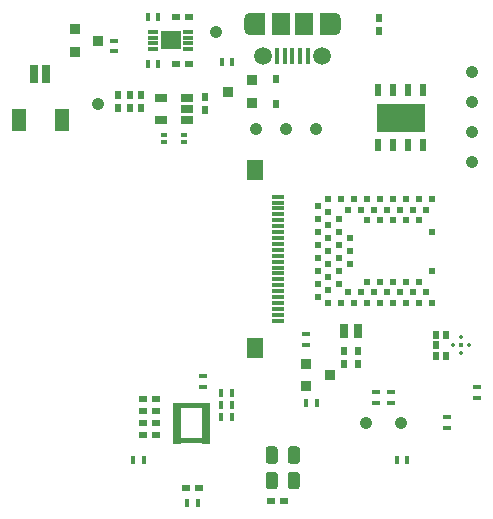
<source format=gbr>
G04 #@! TF.GenerationSoftware,KiCad,Pcbnew,(2018-02-05 revision d1a45d147)-makepkg*
G04 #@! TF.CreationDate,2020-01-13T12:48:58-08:00*
G04 #@! TF.ProjectId,badge,62616467652E6B696361645F70636200,rev?*
G04 #@! TF.SameCoordinates,Original*
G04 #@! TF.FileFunction,Soldermask,Bot*
G04 #@! TF.FilePolarity,Negative*
%FSLAX46Y46*%
G04 Gerber Fmt 4.6, Leading zero omitted, Abs format (unit mm)*
G04 Created by KiCad (PCBNEW (2018-02-05 revision d1a45d147)-makepkg) date 01/13/20 12:48:58*
%MOMM*%
%LPD*%
G01*
G04 APERTURE LIST*
%ADD10C,0.010000*%
%ADD11R,0.570800X0.350800*%
%ADD12R,0.650800X1.250800*%
%ADD13R,4.050800X2.350800*%
%ADD14R,0.470800X1.110800*%
%ADD15R,1.250800X1.850800*%
%ADD16R,0.650800X1.600800*%
%ADD17C,1.050800*%
%ADD18R,1.110800X0.700800*%
%ADD19R,0.572800X0.650800*%
%ADD20C,0.375800*%
%ADD21C,0.350800*%
%ADD22R,0.950800X0.850800*%
%ADD23R,0.550800X0.650800*%
%ADD24R,0.650800X0.550800*%
%ADD25R,0.650800X0.450800*%
%ADD26R,0.450800X0.650800*%
%ADD27R,0.550800X0.550800*%
%ADD28R,0.850800X0.350800*%
%ADD29R,1.800800X1.600800*%
%ADD30C,0.100000*%
%ADD31C,1.025800*%
%ADD32R,0.500800X0.650800*%
%ADD33R,1.550800X1.950800*%
%ADD34C,1.500800*%
%ADD35R,0.450800X1.400800*%
%ADD36O,1.250800X1.950800*%
%ADD37R,1.250800X1.950800*%
%ADD38R,1.050800X0.350800*%
%ADD39R,1.350800X1.700800*%
G04 APERTURE END LIST*
D10*
G36*
X114899800Y-109684650D02*
X114899800Y-110058200D01*
X115507867Y-110058200D01*
X115507867Y-109684650D01*
X114899800Y-109684650D01*
G37*
X114899800Y-109684650D02*
X114899800Y-110058200D01*
X115507867Y-110058200D01*
X115507867Y-109684650D01*
X114899800Y-109684650D01*
G36*
X115479800Y-109714820D02*
X115479800Y-110088200D01*
X116089107Y-110088200D01*
X116089107Y-109714820D01*
X115479800Y-109714820D01*
G37*
X115479800Y-109714820D02*
X115479800Y-110088200D01*
X116089107Y-110088200D01*
X116089107Y-109714820D01*
X115479800Y-109714820D01*
G36*
X117349800Y-109683030D02*
X117349800Y-110058200D01*
X117964480Y-110058200D01*
X117964480Y-109683030D01*
X117349800Y-109683030D01*
G37*
X117349800Y-109683030D02*
X117349800Y-110058200D01*
X117964480Y-110058200D01*
X117964480Y-109683030D01*
X117349800Y-109683030D01*
G36*
X115479800Y-112660870D02*
X115479800Y-113028200D01*
X116089091Y-113028200D01*
X116089091Y-112660870D01*
X115479800Y-112660870D01*
G37*
X115479800Y-112660870D02*
X115479800Y-113028200D01*
X116089091Y-113028200D01*
X116089091Y-112660870D01*
X115479800Y-112660870D01*
G36*
X114899800Y-110115870D02*
X114899800Y-110488200D01*
X115508094Y-110488200D01*
X115508094Y-110115870D01*
X114899800Y-110115870D01*
G37*
X114899800Y-110115870D02*
X114899800Y-110488200D01*
X115508094Y-110488200D01*
X115508094Y-110115870D01*
X114899800Y-110115870D01*
G36*
X114899800Y-110546070D02*
X114899800Y-110918200D01*
X115507440Y-110918200D01*
X115507440Y-110546070D01*
X114899800Y-110546070D01*
G37*
X114899800Y-110546070D02*
X114899800Y-110918200D01*
X115507440Y-110918200D01*
X115507440Y-110546070D01*
X114899800Y-110546070D01*
G36*
X114899800Y-110976986D02*
X114899800Y-111348200D01*
X115507010Y-111348200D01*
X115507010Y-110976986D01*
X114899800Y-110976986D01*
G37*
X114899800Y-110976986D02*
X114899800Y-111348200D01*
X115507010Y-111348200D01*
X115507010Y-110976986D01*
X114899800Y-110976986D01*
G36*
X114899800Y-111839737D02*
X114899800Y-112208200D01*
X115506725Y-112208200D01*
X115506725Y-111839737D01*
X114899800Y-111839737D01*
G37*
X114899800Y-111839737D02*
X114899800Y-112208200D01*
X115506725Y-112208200D01*
X115506725Y-111839737D01*
X114899800Y-111839737D01*
G36*
X114899800Y-111408297D02*
X114899800Y-111778200D01*
X115506841Y-111778200D01*
X115506841Y-111408297D01*
X114899800Y-111408297D01*
G37*
X114899800Y-111408297D02*
X114899800Y-111778200D01*
X115506841Y-111778200D01*
X115506841Y-111408297D01*
X114899800Y-111408297D01*
G36*
X114899800Y-112701190D02*
X114899800Y-113068200D01*
X115507721Y-113068200D01*
X115507721Y-112701190D01*
X114899800Y-112701190D01*
G37*
X114899800Y-112701190D02*
X114899800Y-113068200D01*
X115507721Y-113068200D01*
X115507721Y-112701190D01*
X114899800Y-112701190D01*
G36*
X114899800Y-112270417D02*
X114899800Y-112638200D01*
X115507508Y-112638200D01*
X115507508Y-112270417D01*
X114899800Y-112270417D01*
G37*
X114899800Y-112270417D02*
X114899800Y-112638200D01*
X115507508Y-112638200D01*
X115507508Y-112270417D01*
X114899800Y-112270417D01*
G36*
X115909800Y-112661330D02*
X115909800Y-113028200D01*
X116520020Y-113028200D01*
X116520020Y-112661330D01*
X115909800Y-112661330D01*
G37*
X115909800Y-112661330D02*
X115909800Y-113028200D01*
X116520020Y-113028200D01*
X116520020Y-112661330D01*
X115909800Y-112661330D01*
G36*
X116339800Y-112660120D02*
X116339800Y-113028200D01*
X116950579Y-113028200D01*
X116950579Y-112660120D01*
X116339800Y-112660120D01*
G37*
X116339800Y-112660120D02*
X116339800Y-113028200D01*
X116950579Y-113028200D01*
X116950579Y-112660120D01*
X116339800Y-112660120D01*
G36*
X116769800Y-112662040D02*
X116769800Y-113028200D01*
X117382654Y-113028200D01*
X117382654Y-112662040D01*
X116769800Y-112662040D01*
G37*
X116769800Y-112662040D02*
X116769800Y-113028200D01*
X117382654Y-113028200D01*
X117382654Y-112662040D01*
X116769800Y-112662040D01*
G36*
X115909800Y-109714490D02*
X115909800Y-110088200D01*
X116520001Y-110088200D01*
X116520001Y-109714490D01*
X115909800Y-109714490D01*
G37*
X115909800Y-109714490D02*
X115909800Y-110088200D01*
X116520001Y-110088200D01*
X116520001Y-109714490D01*
X115909800Y-109714490D01*
G36*
X116339800Y-109716360D02*
X116339800Y-110088200D01*
X116950375Y-110088200D01*
X116950375Y-109716360D01*
X116339800Y-109716360D01*
G37*
X116339800Y-109716360D02*
X116339800Y-110088200D01*
X116950375Y-110088200D01*
X116950375Y-109716360D01*
X116339800Y-109716360D01*
G36*
X116769800Y-109714010D02*
X116769800Y-110088200D01*
X117382197Y-110088200D01*
X117382197Y-109714010D01*
X116769800Y-109714010D01*
G37*
X116769800Y-109714010D02*
X116769800Y-110088200D01*
X117382197Y-110088200D01*
X117382197Y-109714010D01*
X116769800Y-109714010D01*
G36*
X117349800Y-110116760D02*
X117349800Y-110488200D01*
X117961550Y-110488200D01*
X117961550Y-110116760D01*
X117349800Y-110116760D01*
G37*
X117349800Y-110116760D02*
X117349800Y-110488200D01*
X117961550Y-110488200D01*
X117961550Y-110116760D01*
X117349800Y-110116760D01*
G36*
X117349800Y-110547198D02*
X117349800Y-110918200D01*
X117961650Y-110918200D01*
X117961650Y-110547198D01*
X117349800Y-110547198D01*
G37*
X117349800Y-110547198D02*
X117349800Y-110918200D01*
X117961650Y-110918200D01*
X117961650Y-110547198D01*
X117349800Y-110547198D01*
G36*
X117349800Y-110977643D02*
X117349800Y-111348200D01*
X117961930Y-111348200D01*
X117961930Y-110977643D01*
X117349800Y-110977643D01*
G37*
X117349800Y-110977643D02*
X117349800Y-111348200D01*
X117961930Y-111348200D01*
X117961930Y-110977643D01*
X117349800Y-110977643D01*
G36*
X117349800Y-111838927D02*
X117349800Y-112208200D01*
X117962220Y-112208200D01*
X117962220Y-111838927D01*
X117349800Y-111838927D01*
G37*
X117349800Y-111838927D02*
X117349800Y-112208200D01*
X117962220Y-112208200D01*
X117962220Y-111838927D01*
X117349800Y-111838927D01*
G36*
X117349800Y-111408224D02*
X117349800Y-111778200D01*
X117961000Y-111778200D01*
X117961000Y-111408224D01*
X117349800Y-111408224D01*
G37*
X117349800Y-111408224D02*
X117349800Y-111778200D01*
X117961000Y-111778200D01*
X117961000Y-111408224D01*
X117349800Y-111408224D01*
G36*
X117349800Y-112699410D02*
X117349800Y-113068200D01*
X117961210Y-113068200D01*
X117961210Y-112699410D01*
X117349800Y-112699410D01*
G37*
X117349800Y-112699410D02*
X117349800Y-113068200D01*
X117961210Y-113068200D01*
X117961210Y-112699410D01*
X117349800Y-112699410D01*
G36*
X117349800Y-112269513D02*
X117349800Y-112638200D01*
X117962060Y-112638200D01*
X117962060Y-112269513D01*
X117349800Y-112269513D01*
G37*
X117349800Y-112269513D02*
X117349800Y-112638200D01*
X117962060Y-112638200D01*
X117962060Y-112269513D01*
X117349800Y-112269513D01*
D11*
X114109000Y-87002000D03*
X114109000Y-87652000D03*
X115789000Y-87652000D03*
X115789000Y-87002000D03*
D12*
X130544000Y-103604000D03*
X129344000Y-103604000D03*
D13*
X134170400Y-85546800D03*
D14*
X136075400Y-83211800D03*
X134805400Y-83211800D03*
X133535400Y-83211800D03*
X132265400Y-83211800D03*
X132265400Y-87881800D03*
X133535400Y-87881800D03*
X134805400Y-87881800D03*
X136075400Y-87881800D03*
D15*
X101865000Y-85745000D03*
X105465000Y-85745000D03*
D16*
X103165000Y-81870000D03*
X104165000Y-81870000D03*
D17*
X134165000Y-111410000D03*
X140241000Y-84226000D03*
X140241000Y-86766000D03*
X127033000Y-86512000D03*
X124493000Y-86512000D03*
X108541800Y-84353000D03*
X121953000Y-86512000D03*
X140241000Y-89306000D03*
X118524000Y-78257000D03*
X131198600Y-111440578D03*
X140241000Y-81686000D03*
D18*
X113859000Y-83877000D03*
X113859000Y-85777000D03*
X116059000Y-85777000D03*
X116059000Y-84827000D03*
X116059000Y-83877000D03*
D19*
X137176400Y-104825400D03*
X137176400Y-105725400D03*
X137998400Y-105725400D03*
X137998400Y-103925400D03*
D20*
X139250400Y-104825400D03*
D19*
X137176400Y-103925400D03*
D21*
X139250400Y-105487400D03*
X139250400Y-104163400D03*
X138588400Y-104825400D03*
X139912400Y-104825400D03*
D22*
X119556000Y-83337000D03*
X121556000Y-84287000D03*
X121556000Y-82387000D03*
X128187940Y-107357780D03*
X126187940Y-106407780D03*
X126187940Y-108307780D03*
X108565000Y-79030000D03*
X106565000Y-78080000D03*
X106565000Y-79980000D03*
D23*
X110221000Y-84750000D03*
X110221000Y-83650000D03*
D24*
X112379800Y-111378200D03*
X113479800Y-111378200D03*
X112379800Y-109378200D03*
X113479800Y-109378200D03*
X124281000Y-118008000D03*
X123181000Y-118008000D03*
X115979278Y-116888676D03*
X117079278Y-116888676D03*
X113479800Y-112378200D03*
X112379800Y-112378200D03*
X113479800Y-110378200D03*
X112379800Y-110378200D03*
D23*
X112221000Y-84750000D03*
X112221000Y-83650000D03*
D24*
X115155000Y-81016000D03*
X116255000Y-81016000D03*
D23*
X129344400Y-106391400D03*
X129344400Y-105291400D03*
D24*
X115155000Y-77016000D03*
X116255000Y-77016000D03*
D23*
X132341600Y-78222800D03*
X132341600Y-77122800D03*
X117635000Y-84877000D03*
X117635000Y-83777000D03*
X130538200Y-106391400D03*
X130538200Y-105291400D03*
X111221000Y-84750000D03*
X111221000Y-83650000D03*
D25*
X117429800Y-108328200D03*
X117429800Y-107428200D03*
D26*
X118979800Y-109878200D03*
X119879800Y-109878200D03*
X118979800Y-108878200D03*
X119879800Y-108878200D03*
D25*
X140647400Y-109245000D03*
X140647400Y-108345000D03*
X138082000Y-110885000D03*
X138082000Y-111785000D03*
D26*
X116979278Y-118158676D03*
X116079278Y-118158676D03*
D25*
X132087600Y-109720400D03*
X132087600Y-108820400D03*
X133357600Y-109720400D03*
X133357600Y-108820400D03*
X109865000Y-79040000D03*
X109865000Y-79940000D03*
D26*
X112405000Y-114560000D03*
X111505000Y-114560000D03*
X127095000Y-109750000D03*
X126195000Y-109750000D03*
X134735000Y-114560000D03*
X133835000Y-114560000D03*
X119925000Y-80850000D03*
X119025000Y-80850000D03*
D25*
X126138920Y-103895340D03*
X126138920Y-104795340D03*
D26*
X113655000Y-77016000D03*
X112755000Y-77016000D03*
X112755000Y-81016000D03*
X113655000Y-81016000D03*
X118979800Y-110878200D03*
X119879800Y-110878200D03*
D27*
X127150000Y-93000000D03*
X127150000Y-94100000D03*
X127150000Y-95200000D03*
X127150000Y-96300000D03*
X127150000Y-97400000D03*
X127150000Y-98500000D03*
X127150000Y-99600000D03*
X127150000Y-100700000D03*
X135750000Y-94250000D03*
X134650000Y-94250000D03*
X133550000Y-94250000D03*
X132450000Y-94250000D03*
X131350000Y-94250000D03*
X129850000Y-95750000D03*
X129850000Y-96850000D03*
X129850000Y-97950000D03*
X131350000Y-99450000D03*
X132450000Y-99450000D03*
X133550000Y-99450000D03*
X134650000Y-99450000D03*
X135750000Y-99450000D03*
X136850000Y-98500000D03*
X136850000Y-95200000D03*
X136850000Y-92450000D03*
X136300000Y-93350000D03*
X135750000Y-92450000D03*
X135200000Y-93350000D03*
X134650000Y-92450000D03*
X134100000Y-93350000D03*
X133550000Y-92450000D03*
X133000000Y-93350000D03*
X132450000Y-92450000D03*
X131900000Y-93350000D03*
X131350000Y-92450000D03*
X130800000Y-93350000D03*
X130250000Y-92450000D03*
X129700000Y-93350000D03*
X129150000Y-92450000D03*
X128050000Y-92450000D03*
X128050000Y-93550000D03*
X128950000Y-94100000D03*
X128050000Y-94650000D03*
X128950000Y-95200000D03*
X128050000Y-95750000D03*
X128950000Y-96300000D03*
X128050000Y-96850000D03*
X128950000Y-97400000D03*
X128050000Y-97950000D03*
X128950000Y-98500000D03*
X128050000Y-99050000D03*
X128950000Y-99600000D03*
X128050000Y-100150000D03*
X128050000Y-101250000D03*
X129150000Y-101250000D03*
X129700000Y-100350000D03*
X130250000Y-101250000D03*
X130800000Y-100350000D03*
X131350000Y-101250000D03*
X131900000Y-100350000D03*
X132450000Y-101250000D03*
X133000000Y-100350000D03*
X133550000Y-101250000D03*
X134100000Y-100350000D03*
X134650000Y-101250000D03*
X135200000Y-100350000D03*
X135750000Y-101250000D03*
X136300000Y-100350000D03*
X136850000Y-101250000D03*
D28*
X116205000Y-78266000D03*
X116205000Y-78766000D03*
X116205000Y-79266000D03*
X116205000Y-79766000D03*
X113205000Y-79766000D03*
X113205000Y-79266000D03*
X113205000Y-78766000D03*
X113205000Y-78266000D03*
D29*
X114705000Y-79016000D03*
D30*
G36*
X125398620Y-113387654D02*
X125423515Y-113391347D01*
X125447928Y-113397462D01*
X125471623Y-113405940D01*
X125494374Y-113416700D01*
X125515960Y-113429639D01*
X125536174Y-113444630D01*
X125554822Y-113461531D01*
X125571723Y-113480179D01*
X125586714Y-113500393D01*
X125599653Y-113521979D01*
X125610413Y-113544730D01*
X125618891Y-113568425D01*
X125625006Y-113592838D01*
X125628699Y-113617733D01*
X125629934Y-113642869D01*
X125629934Y-114580769D01*
X125628699Y-114605905D01*
X125625006Y-114630800D01*
X125618891Y-114655213D01*
X125610413Y-114678908D01*
X125599653Y-114701659D01*
X125586714Y-114723245D01*
X125571723Y-114743459D01*
X125554822Y-114762107D01*
X125536174Y-114779008D01*
X125515960Y-114793999D01*
X125494374Y-114806938D01*
X125471623Y-114817698D01*
X125447928Y-114826176D01*
X125423515Y-114832291D01*
X125398620Y-114835984D01*
X125373484Y-114837219D01*
X124860584Y-114837219D01*
X124835448Y-114835984D01*
X124810553Y-114832291D01*
X124786140Y-114826176D01*
X124762445Y-114817698D01*
X124739694Y-114806938D01*
X124718108Y-114793999D01*
X124697894Y-114779008D01*
X124679246Y-114762107D01*
X124662345Y-114743459D01*
X124647354Y-114723245D01*
X124634415Y-114701659D01*
X124623655Y-114678908D01*
X124615177Y-114655213D01*
X124609062Y-114630800D01*
X124605369Y-114605905D01*
X124604134Y-114580769D01*
X124604134Y-113642869D01*
X124605369Y-113617733D01*
X124609062Y-113592838D01*
X124615177Y-113568425D01*
X124623655Y-113544730D01*
X124634415Y-113521979D01*
X124647354Y-113500393D01*
X124662345Y-113480179D01*
X124679246Y-113461531D01*
X124697894Y-113444630D01*
X124718108Y-113429639D01*
X124739694Y-113416700D01*
X124762445Y-113405940D01*
X124786140Y-113397462D01*
X124810553Y-113391347D01*
X124835448Y-113387654D01*
X124860584Y-113386419D01*
X125373484Y-113386419D01*
X125398620Y-113387654D01*
X125398620Y-113387654D01*
G37*
D31*
X125117034Y-114111819D03*
D30*
G36*
X123523620Y-113387654D02*
X123548515Y-113391347D01*
X123572928Y-113397462D01*
X123596623Y-113405940D01*
X123619374Y-113416700D01*
X123640960Y-113429639D01*
X123661174Y-113444630D01*
X123679822Y-113461531D01*
X123696723Y-113480179D01*
X123711714Y-113500393D01*
X123724653Y-113521979D01*
X123735413Y-113544730D01*
X123743891Y-113568425D01*
X123750006Y-113592838D01*
X123753699Y-113617733D01*
X123754934Y-113642869D01*
X123754934Y-114580769D01*
X123753699Y-114605905D01*
X123750006Y-114630800D01*
X123743891Y-114655213D01*
X123735413Y-114678908D01*
X123724653Y-114701659D01*
X123711714Y-114723245D01*
X123696723Y-114743459D01*
X123679822Y-114762107D01*
X123661174Y-114779008D01*
X123640960Y-114793999D01*
X123619374Y-114806938D01*
X123596623Y-114817698D01*
X123572928Y-114826176D01*
X123548515Y-114832291D01*
X123523620Y-114835984D01*
X123498484Y-114837219D01*
X122985584Y-114837219D01*
X122960448Y-114835984D01*
X122935553Y-114832291D01*
X122911140Y-114826176D01*
X122887445Y-114817698D01*
X122864694Y-114806938D01*
X122843108Y-114793999D01*
X122822894Y-114779008D01*
X122804246Y-114762107D01*
X122787345Y-114743459D01*
X122772354Y-114723245D01*
X122759415Y-114701659D01*
X122748655Y-114678908D01*
X122740177Y-114655213D01*
X122734062Y-114630800D01*
X122730369Y-114605905D01*
X122729134Y-114580769D01*
X122729134Y-113642869D01*
X122730369Y-113617733D01*
X122734062Y-113592838D01*
X122740177Y-113568425D01*
X122748655Y-113544730D01*
X122759415Y-113521979D01*
X122772354Y-113500393D01*
X122787345Y-113480179D01*
X122804246Y-113461531D01*
X122822894Y-113444630D01*
X122843108Y-113429639D01*
X122864694Y-113416700D01*
X122887445Y-113405940D01*
X122911140Y-113397462D01*
X122935553Y-113391347D01*
X122960448Y-113387654D01*
X122985584Y-113386419D01*
X123498484Y-113386419D01*
X123523620Y-113387654D01*
X123523620Y-113387654D01*
G37*
D31*
X123242034Y-114111819D03*
D30*
G36*
X125398620Y-115546654D02*
X125423515Y-115550347D01*
X125447928Y-115556462D01*
X125471623Y-115564940D01*
X125494374Y-115575700D01*
X125515960Y-115588639D01*
X125536174Y-115603630D01*
X125554822Y-115620531D01*
X125571723Y-115639179D01*
X125586714Y-115659393D01*
X125599653Y-115680979D01*
X125610413Y-115703730D01*
X125618891Y-115727425D01*
X125625006Y-115751838D01*
X125628699Y-115776733D01*
X125629934Y-115801869D01*
X125629934Y-116739769D01*
X125628699Y-116764905D01*
X125625006Y-116789800D01*
X125618891Y-116814213D01*
X125610413Y-116837908D01*
X125599653Y-116860659D01*
X125586714Y-116882245D01*
X125571723Y-116902459D01*
X125554822Y-116921107D01*
X125536174Y-116938008D01*
X125515960Y-116952999D01*
X125494374Y-116965938D01*
X125471623Y-116976698D01*
X125447928Y-116985176D01*
X125423515Y-116991291D01*
X125398620Y-116994984D01*
X125373484Y-116996219D01*
X124860584Y-116996219D01*
X124835448Y-116994984D01*
X124810553Y-116991291D01*
X124786140Y-116985176D01*
X124762445Y-116976698D01*
X124739694Y-116965938D01*
X124718108Y-116952999D01*
X124697894Y-116938008D01*
X124679246Y-116921107D01*
X124662345Y-116902459D01*
X124647354Y-116882245D01*
X124634415Y-116860659D01*
X124623655Y-116837908D01*
X124615177Y-116814213D01*
X124609062Y-116789800D01*
X124605369Y-116764905D01*
X124604134Y-116739769D01*
X124604134Y-115801869D01*
X124605369Y-115776733D01*
X124609062Y-115751838D01*
X124615177Y-115727425D01*
X124623655Y-115703730D01*
X124634415Y-115680979D01*
X124647354Y-115659393D01*
X124662345Y-115639179D01*
X124679246Y-115620531D01*
X124697894Y-115603630D01*
X124718108Y-115588639D01*
X124739694Y-115575700D01*
X124762445Y-115564940D01*
X124786140Y-115556462D01*
X124810553Y-115550347D01*
X124835448Y-115546654D01*
X124860584Y-115545419D01*
X125373484Y-115545419D01*
X125398620Y-115546654D01*
X125398620Y-115546654D01*
G37*
D31*
X125117034Y-116270819D03*
D30*
G36*
X123523620Y-115546654D02*
X123548515Y-115550347D01*
X123572928Y-115556462D01*
X123596623Y-115564940D01*
X123619374Y-115575700D01*
X123640960Y-115588639D01*
X123661174Y-115603630D01*
X123679822Y-115620531D01*
X123696723Y-115639179D01*
X123711714Y-115659393D01*
X123724653Y-115680979D01*
X123735413Y-115703730D01*
X123743891Y-115727425D01*
X123750006Y-115751838D01*
X123753699Y-115776733D01*
X123754934Y-115801869D01*
X123754934Y-116739769D01*
X123753699Y-116764905D01*
X123750006Y-116789800D01*
X123743891Y-116814213D01*
X123735413Y-116837908D01*
X123724653Y-116860659D01*
X123711714Y-116882245D01*
X123696723Y-116902459D01*
X123679822Y-116921107D01*
X123661174Y-116938008D01*
X123640960Y-116952999D01*
X123619374Y-116965938D01*
X123596623Y-116976698D01*
X123572928Y-116985176D01*
X123548515Y-116991291D01*
X123523620Y-116994984D01*
X123498484Y-116996219D01*
X122985584Y-116996219D01*
X122960448Y-116994984D01*
X122935553Y-116991291D01*
X122911140Y-116985176D01*
X122887445Y-116976698D01*
X122864694Y-116965938D01*
X122843108Y-116952999D01*
X122822894Y-116938008D01*
X122804246Y-116921107D01*
X122787345Y-116902459D01*
X122772354Y-116882245D01*
X122759415Y-116860659D01*
X122748655Y-116837908D01*
X122740177Y-116814213D01*
X122734062Y-116789800D01*
X122730369Y-116764905D01*
X122729134Y-116739769D01*
X122729134Y-115801869D01*
X122730369Y-115776733D01*
X122734062Y-115751838D01*
X122740177Y-115727425D01*
X122748655Y-115703730D01*
X122759415Y-115680979D01*
X122772354Y-115659393D01*
X122787345Y-115639179D01*
X122804246Y-115620531D01*
X122822894Y-115603630D01*
X122843108Y-115588639D01*
X122864694Y-115575700D01*
X122887445Y-115564940D01*
X122911140Y-115556462D01*
X122935553Y-115550347D01*
X122960448Y-115546654D01*
X122985584Y-115545419D01*
X123498484Y-115545419D01*
X123523620Y-115546654D01*
X123523620Y-115546654D01*
G37*
D31*
X123242034Y-116270819D03*
D32*
X123604000Y-84400000D03*
X123604000Y-82300000D03*
D33*
X126000000Y-77612500D03*
D34*
X122500000Y-80312500D03*
D35*
X124350000Y-80312500D03*
X123700000Y-80312500D03*
X126300000Y-80312500D03*
X125650000Y-80312500D03*
X125000000Y-80312500D03*
D34*
X127500000Y-80312500D03*
D33*
X124000000Y-77612500D03*
D36*
X121500000Y-77612500D03*
X128500000Y-77612500D03*
D37*
X127900000Y-77612500D03*
X122100000Y-77612500D03*
D38*
X123743700Y-102739440D03*
X123743700Y-102239440D03*
X123743700Y-101739440D03*
X123743700Y-101239440D03*
X123743700Y-100739440D03*
X123743700Y-100239440D03*
X123743700Y-99739440D03*
X123743700Y-99239440D03*
X123743700Y-98739440D03*
X123743700Y-98239440D03*
X123743700Y-97739440D03*
X123743700Y-97239440D03*
X123743700Y-96739440D03*
X123743700Y-96239440D03*
X123743700Y-95739440D03*
X123743700Y-95239440D03*
X123743700Y-94739440D03*
X123743700Y-94239440D03*
X123743700Y-93739440D03*
X123743700Y-93239440D03*
X123743700Y-92739440D03*
X123743700Y-92239440D03*
D39*
X121843700Y-105014440D03*
X121843700Y-89964440D03*
M02*

</source>
